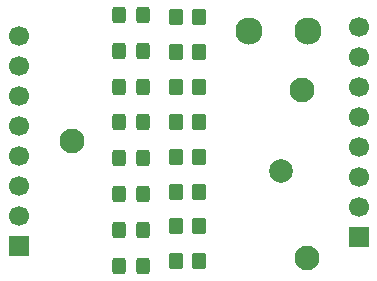
<source format=gbr>
%TF.GenerationSoftware,KiCad,Pcbnew,9.0.3*%
%TF.CreationDate,2025-08-21T17:44:14+02:00*%
%TF.ProjectId,Tri-State-Buffer,5472692d-5374-4617-9465-2d4275666665,rev?*%
%TF.SameCoordinates,Original*%
%TF.FileFunction,Soldermask,Bot*%
%TF.FilePolarity,Negative*%
%FSLAX46Y46*%
G04 Gerber Fmt 4.6, Leading zero omitted, Abs format (unit mm)*
G04 Created by KiCad (PCBNEW 9.0.3) date 2025-08-21 17:44:14*
%MOMM*%
%LPD*%
G01*
G04 APERTURE LIST*
G04 Aperture macros list*
%AMRoundRect*
0 Rectangle with rounded corners*
0 $1 Rounding radius*
0 $2 $3 $4 $5 $6 $7 $8 $9 X,Y pos of 4 corners*
0 Add a 4 corners polygon primitive as box body*
4,1,4,$2,$3,$4,$5,$6,$7,$8,$9,$2,$3,0*
0 Add four circle primitives for the rounded corners*
1,1,$1+$1,$2,$3*
1,1,$1+$1,$4,$5*
1,1,$1+$1,$6,$7*
1,1,$1+$1,$8,$9*
0 Add four rect primitives between the rounded corners*
20,1,$1+$1,$2,$3,$4,$5,0*
20,1,$1+$1,$4,$5,$6,$7,0*
20,1,$1+$1,$6,$7,$8,$9,0*
20,1,$1+$1,$8,$9,$2,$3,0*%
G04 Aperture macros list end*
%ADD10C,2.100000*%
%ADD11R,1.700000X1.700000*%
%ADD12C,1.700000*%
%ADD13C,2.300000*%
%ADD14C,2.000000*%
%ADD15RoundRect,0.250000X0.325000X0.450000X-0.325000X0.450000X-0.325000X-0.450000X0.325000X-0.450000X0*%
%ADD16RoundRect,0.250000X-0.350000X-0.450000X0.350000X-0.450000X0.350000X0.450000X-0.350000X0.450000X0*%
G04 APERTURE END LIST*
D10*
%TO.C,H3*%
X59600000Y-52500000D03*
%TD*%
%TO.C,H2*%
X59200000Y-38300000D03*
%TD*%
%TO.C,H1*%
X39750000Y-42600000D03*
%TD*%
D11*
%TO.C,J2*%
X64000000Y-50740000D03*
D12*
X64000000Y-48200000D03*
X64000000Y-45660000D03*
X64000000Y-43120000D03*
X64000000Y-40580000D03*
X64000000Y-38040000D03*
X64000000Y-35500000D03*
X64000000Y-32960000D03*
%TD*%
D13*
%TO.C,U1*%
X54750000Y-33300000D03*
X59750000Y-33300000D03*
%TD*%
D11*
%TO.C,J1*%
X35250000Y-51550000D03*
D12*
X35250000Y-49010000D03*
X35250000Y-46470000D03*
X35250000Y-43930000D03*
X35250000Y-41390000D03*
X35250000Y-38850000D03*
X35250000Y-36310000D03*
X35250000Y-33770000D03*
%TD*%
D14*
%TO.C,B1*%
X57450000Y-45200000D03*
%TD*%
D15*
%TO.C,D8*%
X45780000Y-31925000D03*
X43730000Y-31925000D03*
%TD*%
D16*
%TO.C,R7*%
X48500000Y-35100000D03*
X50500000Y-35100000D03*
%TD*%
D15*
%TO.C,D5*%
X45780000Y-41045000D03*
X43730000Y-41045000D03*
%TD*%
D16*
%TO.C,R3*%
X48500000Y-46900000D03*
X50500000Y-46900000D03*
%TD*%
%TO.C,R1*%
X48500000Y-52800000D03*
X50500000Y-52800000D03*
%TD*%
%TO.C,R4*%
X48500000Y-43950000D03*
X50500000Y-43950000D03*
%TD*%
%TO.C,R6*%
X48500000Y-38050000D03*
X50500000Y-38050000D03*
%TD*%
D15*
%TO.C,D2*%
X45780000Y-50165000D03*
X43730000Y-50165000D03*
%TD*%
%TO.C,D6*%
X45780000Y-38005000D03*
X43730000Y-38005000D03*
%TD*%
%TO.C,D1*%
X45780000Y-53205000D03*
X43730000Y-53205000D03*
%TD*%
D16*
%TO.C,R8*%
X48500000Y-32150000D03*
X50500000Y-32150000D03*
%TD*%
%TO.C,R2*%
X48500000Y-49850000D03*
X50500000Y-49850000D03*
%TD*%
D15*
%TO.C,D4*%
X45780000Y-44085000D03*
X43730000Y-44085000D03*
%TD*%
D16*
%TO.C,R5*%
X48500000Y-41000000D03*
X50500000Y-41000000D03*
%TD*%
D15*
%TO.C,D7*%
X45780000Y-34965000D03*
X43730000Y-34965000D03*
%TD*%
%TO.C,D3*%
X45780000Y-47125000D03*
X43730000Y-47125000D03*
%TD*%
M02*

</source>
